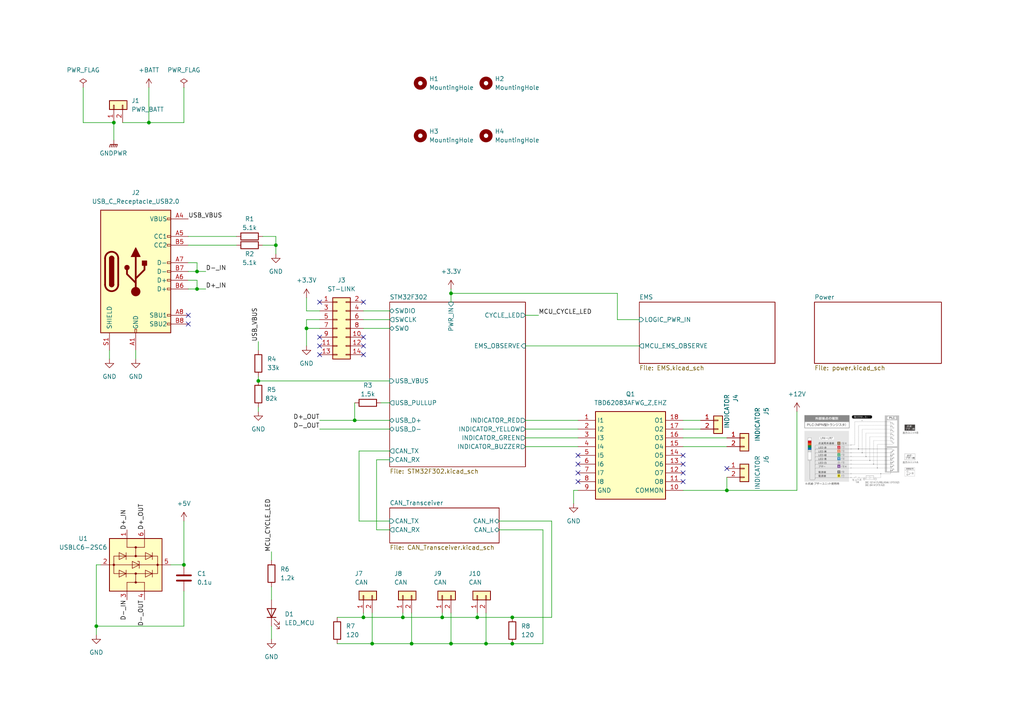
<source format=kicad_sch>
(kicad_sch (version 20230121) (generator eeschema)
  (paper "A4")
  (lib_symbols
    (symbol "Connector:USB_C_Receptacle_USB2.0" (pin_names (offset 1.016))
      (property "Reference" "J" (at -10.16 19.05 0))
      (property "Value" "USB_C_Receptacle_USB2.0" (at 19.05 19.05 0))
      (symbol "USB_C_Receptacle_USB2.0_0_0"
        (rectangle (start -0.254 -17.78) (end 0.254 -16.764))
        (rectangle (start 10.16 -14.986) (end 9.144 -15.494))
        (rectangle (start 10.16 -12.446) (end 9.144 -12.954))
        (rectangle (start 10.16 -4.826) (end 9.144 -5.334))
        (rectangle (start 10.16 -2.286) (end 9.144 -2.794))
        (rectangle (start 10.16 0.254) (end 9.144 -0.254))
        (rectangle (start 10.16 2.794) (end 9.144 2.286))
        (rectangle (start 10.16 7.874) (end 9.144 7.366))
        (rectangle (start 10.16 10.414) (end 9.144 9.906))
        (rectangle (start 10.16 15.494) (end 9.144 14.986))
      )
      (symbol "USB_C_Receptacle_USB2.0_0_1"
        (rectangle (start -10.16 17.78) (end 10.16 -17.78) (stroke (width 0.254)) (fill (type background)))
        (arc (start -8.89 -3.81) (mid -6.985 -5.7067) (end -5.08 -3.81) (stroke (width 0.508)))
        (arc (start -7.62 -3.81) (mid -6.985 -4.4423) (end -6.35 -3.81) (stroke (width 0.254)))
        (arc (start -7.62 -3.81) (mid -6.985 -4.4423) (end -6.35 -3.81) (stroke (width 0.254)) (fill (type outline)))
        (rectangle (start -7.62 -3.81) (end -6.35 3.81) (stroke (width 0.254)) (fill (type outline)))
        (arc (start -6.35 3.81) (mid -6.985 4.4423) (end -7.62 3.81) (stroke (width 0.254)))
        (arc (start -6.35 3.81) (mid -6.985 4.4423) (end -7.62 3.81) (stroke (width 0.254)) (fill (type outline)))
        (arc (start -5.08 3.81) (mid -6.985 5.7067) (end -8.89 3.81) (stroke (width 0.508)))
        (circle (center -2.54 1.143) (radius 0.635) (stroke (width 0.254)) (fill (type outline)))
        (circle (center 0 -5.842) (radius 1.27) (fill (type outline)))
        (polyline (pts (xy -8.89 -3.81) (xy -8.89 3.81)) (stroke (width 0.508)))
        (polyline (pts (xy -5.08 3.81) (xy -5.08 -3.81)) (stroke (width 0.508)))
        (polyline (pts (xy 0 -5.842) (xy 0 4.318)) (stroke (width 0.508)))
        (polyline (pts (xy 0 -3.302) (xy -2.54 -0.762) (xy -2.54 0.508)) (stroke (width 0.508)))
        (polyline (pts (xy 0 -2.032) (xy 2.54 0.508) (xy 2.54 1.778)) (stroke (width 0.508)))
        (polyline (pts (xy -1.27 4.318) (xy 0 6.858) (xy 1.27 4.318) (xy -1.27 4.318)) (stroke (width 0.254)) (fill (type outline)))
        (rectangle (start 1.905 1.778) (end 3.175 3.048) (stroke (width 0.254)) (fill (type outline)))
      )
      (symbol "USB_C_Receptacle_USB2.0_1_1"
        (pin passive line (at 0 -22.86 90) (length 5.08) (name "GND") (number "A1"))
        (pin passive line (at 0 -22.86 90) (length 5.08) hide (name "GND") (number "A12"))
        (pin passive line (at 15.24 15.24 180) (length 5.08) (name "VBUS") (number "A4"))
        (pin bidirectional line (at 15.24 10.16 180) (length 5.08) (name "CC1") (number "A5"))
        (pin bidirectional line (at 15.24 -2.54 180) (length 5.08) (name "D+") (number "A6"))
        (pin bidirectional line (at 15.24 2.54 180) (length 5.08) (name "D-") (number "A7"))
        (pin bidirectional line (at 15.24 -12.7 180) (length 5.08) (name "SBU1") (number "A8"))
        (pin passive line (at 15.24 15.24 180) (length 5.08) hide (name "VBUS") (number "A9"))
        (pin passive line (at 0 -22.86 90) (length 5.08) hide (name "GND") (number "B1"))
        (pin passive line (at 0 -22.86 90) (length 5.08) hide (name "GND") (number "B12"))
        (pin passive line (at 15.24 15.24 180) (length 5.08) hide (name "VBUS") (number "B4"))
        (pin bidirectional line (at 15.24 7.62 180) (length 5.08) (name "CC2") (number "B5"))
        (pin bidirectional line (at 15.24 -5.08 180) (length 5.08) (name "D+") (number "B6"))
        (pin bidirectional line (at 15.24 0 180) (length 5.08) (name "D-") (number "B7"))
        (pin bidirectional line (at 15.24 -15.24 180) (length 5.08) (name "SBU2") (number "B8"))
        (pin passive line (at 15.24 15.24 180) (length 5.08) hide (name "VBUS") (number "B9"))
        (pin passive line (at -7.62 -22.86 90) (length 5.08) (name "SHIELD") (number "S1"))
      )
    )
    (symbol "Connector_Generic:Conn_01x02" (pin_names (offset 1.016) hide)
      (property "Reference" "J" (at 0 2.54 0))
      (property "Value" "Conn_01x02" (at 0 -5.08 0))
      (symbol "Conn_01x02_1_1"
        (rectangle (start -1.27 -2.413) (end 0 -2.667) (stroke (width 0.1524)))
        (rectangle (start -1.27 0.127) (end 0 -0.127) (stroke (width 0.1524)))
        (rectangle (start -1.27 1.27) (end 1.27 -3.81) (stroke (width 0.254)) (fill (type background)))
        (pin passive line (at -5.08 0 0) (length 3.81) (name "Pin_1") (number "1"))
        (pin passive line (at -5.08 -2.54 0) (length 3.81) (name "Pin_2") (number "2"))
      )
    )
    (symbol "Connector_Generic:Conn_02x07_Odd_Even" (pin_names (offset 1.016) hide)
      (property "Reference" "J" (at 1.27 10.16 0))
      (property "Value" "Conn_02x07_Odd_Even" (at 1.27 -10.16 0))
      (symbol "Conn_02x07_Odd_Even_1_1"
        (rectangle (start -1.27 -7.493) (end 0 -7.747) (stroke (width 0.1524)))
        (rectangle (start -1.27 -4.953) (end 0 -5.207) (stroke (width 0.1524)))
        (rectangle (start -1.27 -2.413) (end 0 -2.667) (stroke (width 0.1524)))
        (rectangle (start -1.27 0.127) (end 0 -0.127) (stroke (width 0.1524)))
        (rectangle (start -1.27 2.667) (end 0 2.413) (stroke (width 0.1524)))
        (rectangle (start -1.27 5.207) (end 0 4.953) (stroke (width 0.1524)))
        (rectangle (start -1.27 7.747) (end 0 7.493) (stroke (width 0.1524)))
        (rectangle (start -1.27 8.89) (end 3.81 -8.89) (stroke (width 0.254)) (fill (type background)))
        (rectangle (start 3.81 -7.493) (end 2.54 -7.747) (stroke (width 0.1524)))
        (rectangle (start 3.81 -4.953) (end 2.54 -5.207) (stroke (width 0.1524)))
        (rectangle (start 3.81 -2.413) (end 2.54 -2.667) (stroke (width 0.1524)))
        (rectangle (start 3.81 0.127) (end 2.54 -0.127) (stroke (width 0.1524)))
        (rectangle (start 3.81 2.667) (end 2.54 2.413) (stroke (width 0.1524)))
        (rectangle (start 3.81 5.207) (end 2.54 4.953) (stroke (width 0.1524)))
        (rectangle (start 3.81 7.747) (end 2.54 7.493) (stroke (width 0.1524)))
        (pin passive line (at -5.08 7.62 0) (length 3.81) (name "Pin_1") (number "1"))
        (pin passive line (at 7.62 -2.54 180) (length 3.81) (name "Pin_10") (number "10"))
        (pin passive line (at -5.08 -5.08 0) (length 3.81) (name "Pin_11") (number "11"))
        (pin passive line (at 7.62 -5.08 180) (length 3.81) (name "Pin_12") (number "12"))
        (pin passive line (at -5.08 -7.62 0) (length 3.81) (name "Pin_13") (number "13"))
        (pin passive line (at 7.62 -7.62 180) (length 3.81) (name "Pin_14") (number "14"))
        (pin passive line (at 7.62 7.62 180) (length 3.81) (name "Pin_2") (number "2"))
        (pin passive line (at -5.08 5.08 0) (length 3.81) (name "Pin_3") (number "3"))
        (pin passive line (at 7.62 5.08 180) (length 3.81) (name "Pin_4") (number "4"))
        (pin passive line (at -5.08 2.54 0) (length 3.81) (name "Pin_5") (number "5"))
        (pin passive line (at 7.62 2.54 180) (length 3.81) (name "Pin_6") (number "6"))
        (pin passive line (at -5.08 0 0) (length 3.81) (name "Pin_7") (number "7"))
        (pin passive line (at 7.62 0 180) (length 3.81) (name "Pin_8") (number "8"))
        (pin passive line (at -5.08 -2.54 0) (length 3.81) (name "Pin_9") (number "9"))
      )
    )
    (symbol "Device:C" (pin_numbers hide) (pin_names (offset 0.254))
      (property "Reference" "C" (at 0.635 2.54 0))
      (property "Value" "C" (at 0.635 -2.54 0))
      (symbol "C_0_1"
        (polyline (pts (xy -2.032 -0.762) (xy 2.032 -0.762)) (stroke (width 0.508)))
        (polyline (pts (xy -2.032 0.762) (xy 2.032 0.762)) (stroke (width 0.508)))
      )
      (symbol "C_1_1"
        (pin passive line (at 0 3.81 270) (length 2.794) (name "~") (number "1"))
        (pin passive line (at 0 -3.81 90) (length 2.794) (name "~") (number "2"))
      )
    )
    (symbol "Device:LED" (pin_numbers hide) (pin_names (offset 1.016) hide)
      (property "Reference" "D" (at 0 2.54 0))
      (property "Value" "LED" (at 0 -2.54 0))
      (symbol "LED_0_1"
        (polyline (pts (xy -1.27 -1.27) (xy -1.27 1.27)) (stroke (width 0.254)))
        (polyline (pts (xy -1.27 0) (xy 1.27 0)))
        (polyline (pts (xy 1.27 -1.27) (xy 1.27 1.27) (xy -1.27 0) (xy 1.27 -1.27)) (stroke (width 0.254)))
        (polyline (pts (xy -3.048 -0.762) (xy -4.572 -2.286) (xy -3.81 -2.286) (xy -4.572 -2.286) (xy -4.572 -1.524)))
        (polyline (pts (xy -1.778 -0.762) (xy -3.302 -2.286) (xy -2.54 -2.286) (xy -3.302 -2.286) (xy -3.302 -1.524)))
      )
      (symbol "LED_1_1"
        (pin passive line (at -3.81 0 0) (length 2.54) (name "K") (number "1"))
        (pin passive line (at 3.81 0 180) (length 2.54) (name "A") (number "2"))
      )
    )
    (symbol "Device:R" (pin_numbers hide) (pin_names (offset 0))
      (property "Reference" "R" (at 2.032 0 90))
      (property "Value" "R" (at 0 0 90))
      (symbol "R_0_1"
        (rectangle (start -1.016 -2.54) (end 1.016 2.54) (stroke (width 0.254)))
      )
      (symbol "R_1_1"
        (pin passive line (at 0 3.81 270) (length 1.27) (name "~") (number "1"))
        (pin passive line (at 0 -3.81 90) (length 1.27) (name "~") (number "2"))
      )
    )
    (symbol "Mechanical:MountingHole" (pin_names (offset 1.016))
      (property "Reference" "H" (at 0 5.08 0))
      (property "Value" "MountingHole" (at 0 3.175 0))
      (symbol "MountingHole_0_1"
        (circle (center 0 0) (radius 1.27) (stroke (width 1.27)))
      )
    )
    (symbol "Power_Protection:USBLC6-2SC6" (pin_names hide)
      (property "Reference" "U" (at 2.54 8.89 0))
      (property "Value" "USBLC6-2SC6" (at 2.54 -8.89 0))
      (symbol "USBLC6-2SC6_0_1"
        (rectangle (start -7.62 -7.62) (end 7.62 7.62) (stroke (width 0.254)) (fill (type background)))
        (circle (center -5.08 0) (radius 0.254) (fill (type outline)))
        (circle (center -2.54 0) (radius 0.254) (fill (type outline)))
        (rectangle (start -2.54 6.35) (end 2.54 -6.35))
        (circle (center 0 -6.35) (radius 0.254) (fill (type outline)))
        (polyline (pts (xy -5.08 -2.54) (xy -7.62 -2.54)))
        (polyline (pts (xy -5.08 0) (xy -5.08 -2.54)))
        (polyline (pts (xy -5.08 2.54) (xy -7.62 2.54)))
        (polyline (pts (xy -1.524 -2.794) (xy -3.556 -2.794)))
        (polyline (pts (xy -1.524 4.826) (xy -3.556 4.826)))
        (polyline (pts (xy 0 -7.62) (xy 0 -6.35)))
        (polyline (pts (xy 0 -6.35) (xy 0 1.27)))
        (polyline (pts (xy 0 1.27) (xy 0 6.35)))
        (polyline (pts (xy 0 6.35) (xy 0 7.62)))
        (polyline (pts (xy 1.524 -2.794) (xy 3.556 -2.794)))
        (polyline (pts (xy 1.524 4.826) (xy 3.556 4.826)))
        (polyline (pts (xy 5.08 -2.54) (xy 7.62 -2.54)))
        (polyline (pts (xy 5.08 0) (xy 5.08 -2.54)))
        (polyline (pts (xy 5.08 2.54) (xy 7.62 2.54)))
        (polyline (pts (xy -2.54 0) (xy -5.08 0) (xy -5.08 2.54)))
        (polyline (pts (xy 2.54 0) (xy 5.08 0) (xy 5.08 2.54)))
        (polyline (pts (xy -3.556 -4.826) (xy -1.524 -4.826) (xy -2.54 -2.794) (xy -3.556 -4.826)))
        (polyline (pts (xy -3.556 2.794) (xy -1.524 2.794) (xy -2.54 4.826) (xy -3.556 2.794)))
        (polyline (pts (xy -1.016 -1.016) (xy 1.016 -1.016) (xy 0 1.016) (xy -1.016 -1.016)))
        (polyline (pts (xy 1.016 1.016) (xy 0.762 1.016) (xy -1.016 1.016) (xy -1.016 0.508)))
        (polyline (pts (xy 3.556 -4.826) (xy 1.524 -4.826) (xy 2.54 -2.794) (xy 3.556 -4.826)))
        (polyline (pts (xy 3.556 2.794) (xy 1.524 2.794) (xy 2.54 4.826) (xy 3.556 2.794)))
        (circle (center 0 6.35) (radius 0.254) (fill (type outline)))
        (circle (center 2.54 0) (radius 0.254) (fill (type outline)))
        (circle (center 5.08 0) (radius 0.254) (fill (type outline)))
      )
      (symbol "USBLC6-2SC6_1_1"
        (pin passive line (at -10.16 -2.54 0) (length 2.54) (name "I/O1") (number "1"))
        (pin passive line (at 0 -10.16 90) (length 2.54) (name "GND") (number "2"))
        (pin passive line (at 10.16 -2.54 180) (length 2.54) (name "I/O2") (number "3"))
        (pin passive line (at 10.16 2.54 180) (length 2.54) (name "I/O2") (number "4"))
        (pin passive line (at 0 10.16 270) (length 2.54) (name "VBUS") (number "5"))
        (pin passive line (at -10.16 2.54 0) (length 2.54) (name "I/O1") (number "6"))
      )
    )
    (symbol "my_library:TBD62083AFWG_Z,EHZ"
      (property "Reference" "Q" (at 26.67 7.62 0))
      (property "Value" "TBD62083AFWG_Z,EHZ" (at 26.67 5.08 0))
      (symbol "TBD62083AFWG_Z,EHZ_1_1"
        (rectangle (start 5.08 2.54) (end 25.4 -22.86) (stroke (width 0.254)) (fill (type background)))
        (pin passive line (at 0 0 0) (length 5.08) (name "I1") (number "1"))
        (pin passive line (at 30.48 -20.32 180) (length 5.08) (name "COMMON") (number "10"))
        (pin passive line (at 30.48 -17.78 180) (length 5.08) (name "O8") (number "11"))
        (pin passive line (at 30.48 -15.24 180) (length 5.08) (name "O7") (number "12"))
        (pin passive line (at 30.48 -12.7 180) (length 5.08) (name "O6") (number "13"))
        (pin passive line (at 30.48 -10.16 180) (length 5.08) (name "O5") (number "14"))
        (pin passive line (at 30.48 -7.62 180) (length 5.08) (name "O4") (number "15"))
        (pin passive line (at 30.48 -5.08 180) (length 5.08) (name "O3") (number "16"))
        (pin passive line (at 30.48 -2.54 180) (length 5.08) (name "O2") (number "17"))
        (pin passive line (at 30.48 0 180) (length 5.08) (name "O1") (number "18"))
        (pin passive line (at 0 -2.54 0) (length 5.08) (name "I2") (number "2"))
        (pin passive line (at 0 -5.08 0) (length 5.08) (name "I3") (number "3"))
        (pin passive line (at 0 -7.62 0) (length 5.08) (name "I4") (number "4"))
        (pin passive line (at 0 -10.16 0) (length 5.08) (name "I5") (number "5"))
        (pin passive line (at 0 -12.7 0) (length 5.08) (name "I6") (number "6"))
        (pin passive line (at 0 -15.24 0) (length 5.08) (name "I7") (number "7"))
        (pin passive line (at 0 -17.78 0) (length 5.08) (name "I8") (number "8"))
        (pin passive line (at 0 -20.32 0) (length 5.08) (name "GND") (number "9"))
      )
    )
    (symbol "power:+12V" (power) (pin_names (offset 0))
      (property "Value" "+12V" (at 0 3.556 0))
      (symbol "+12V_0_1"
        (polyline (pts (xy -0.762 1.27) (xy 0 2.54)))
        (polyline (pts (xy 0 0) (xy 0 2.54)))
        (polyline (pts (xy 0 2.54) (xy 0.762 1.27)))
      )
      (symbol "+12V_1_1"
        (pin power_in line (at 0 0 90) (length 0) hide (name "+12V") (number "1"))
      )
    )
    (symbol "power:+3.3V" (power) (pin_names (offset 0))
      (property "Value" "+3.3V" (at 0 3.556 0))
      (symbol "+3.3V_0_1"
        (polyline (pts (xy -0.762 1.27) (xy 0 2.54)))
        (polyline (pts (xy 0 0) (xy 0 2.54)))
        (polyline (pts (xy 0 2.54) (xy 0.762 1.27)))
      )
      (symbol "+3.3V_1_1"
        (pin power_in line (at 0 0 90) (length 0) hide (name "+3.3V") (number "1"))
      )
    )
    (symbol "power:+5V" (power) (pin_names (offset 0))
      (property "Value" "+5V" (at 0 3.556 0))
      (symbol "+5V_0_1"
        (polyline (pts (xy -0.762 1.27) (xy 0 2.54)))
        (polyline (pts (xy 0 0) (xy 0 2.54)))
        (polyline (pts (xy 0 2.54) (xy 0.762 1.27)))
      )
      (symbol "+5V_1_1"
        (pin power_in line (at 0 0 90) (length 0) hide (name "+5V") (number "1"))
      )
    )
    (symbol "power:+BATT" (power) (pin_names (offset 0))
      (property "Value" "+BATT" (at 0 3.556 0))
      (symbol "+BATT_0_1"
        (polyline (pts (xy -0.762 1.27) (xy 0 2.54)))
        (polyline (pts (xy 0 0) (xy 0 2.54)))
        (polyline (pts (xy 0 2.54) (xy 0.762 1.27)))
      )
      (symbol "+BATT_1_1"
        (pin power_in line (at 0 0 90) (length 0) hide (name "+BATT") (number "1"))
      )
    )
    (symbol "power:GND" (power) (pin_names (offset 0))
      (property "Value" "GND" (at 0 -3.81 0))
      (symbol "GND_0_1"
        (polyline (pts (xy 0 0) (xy 0 -1.27) (xy 1.27 -1.27) (xy 0 -2.54) (xy -1.27 -1.27) (xy 0 -1.27)))
      )
      (symbol "GND_1_1"
        (pin power_in line (at 0 0 270) (length 0) hide (name "GND") (number "1"))
      )
    )
    (symbol "power:GNDPWR" (power) (pin_names (offset 0))
      (property "Value" "GNDPWR" (at 0 -3.302 0))
      (symbol "GNDPWR_0_1"
        (polyline (pts (xy 0 -1.27) (xy 0 0)))
        (polyline (pts (xy -1.016 -1.27) (xy -1.27 -2.032) (xy -1.27 -2.032)) (stroke (width 0.2032)))
        (polyline (pts (xy -0.508 -1.27) (xy -0.762 -2.032) (xy -0.762 -2.032)) (stroke (width 0.2032)))
        (polyline (pts (xy 0 -1.27) (xy -0.254 -2.032) (xy -0.254 -2.032)) (stroke (width 0.2032)))
        (polyline (pts (xy 0.508 -1.27) (xy 0.254 -2.032) (xy 0.254 -2.032)) (stroke (width 0.2032)))
        (polyline (pts (xy 1.016 -1.27) (xy -1.016 -1.27) (xy -1.016 -1.27)) (stroke (width 0.2032)))
        (polyline (pts (xy 1.016 -1.27) (xy 0.762 -2.032) (xy 0.762 -2.032) (xy 0.762 -2.032)) (stroke (width 0.2032)))
      )
      (symbol "GNDPWR_1_1"
        (pin power_in line (at 0 0 270) (length 0) hide (name "GNDPWR") (number "1"))
      )
    )
    (symbol "power:PWR_FLAG" (power) (pin_numbers hide) (pin_names (offset 0) hide)
      (property "Value" "PWR_FLAG" (at 0 3.81 0))
      (symbol "PWR_FLAG_0_0"
        (pin power_out line (at 0 0 90) (length 0) (name "pwr") (number "1"))
      )
      (symbol "PWR_FLAG_0_1"
        (polyline (pts (xy 0 0) (xy 0 1.27) (xy -1.016 1.905) (xy 0 2.54) (xy 1.016 1.905) (xy 0 1.27)))
      )
    )
  )
  (junction (at 53.34 163.83))
  (junction (at 80.01 71.12))
  (junction (at 128.27 179.07))
  (junction (at 210.82 142.24))
  (junction (at 74.93 110.49))
  (junction (at 130.81 85.09))
  (junction (at 105.41 179.07))
  (junction (at 140.97 186.69))
  (junction (at 148.59 179.07))
  (junction (at 43.18 35.56))
  (junction (at 102.87 121.92))
  (junction (at 27.94 181.61))
  (junction (at 57.15 83.82))
  (junction (at 130.81 186.69))
  (junction (at 57.15 78.74))
  (junction (at 116.84 179.07))
  (junction (at 107.95 186.69))
  (junction (at 33.02 35.56))
  (junction (at 119.38 186.69))
  (junction (at 88.9 95.25))
  (junction (at 138.43 179.07))
  (junction (at 148.59 186.69))
  (no_connect (at 210.82 135.89))
  (no_connect (at 198.12 134.62))
  (no_connect (at 167.64 132.08))
  (no_connect (at 105.41 87.63))
  (no_connect (at 105.41 100.33))
  (no_connect (at 198.12 137.16))
  (no_connect (at 105.41 97.79))
  (no_connect (at 198.12 132.08))
  (no_connect (at 92.71 97.79))
  (no_connect (at 105.41 102.87))
  (no_connect (at 167.64 139.7))
  (no_connect (at 54.61 93.98))
  (no_connect (at 92.71 87.63))
  (no_connect (at 92.71 100.33))
  (no_connect (at 167.64 134.62))
  (no_connect (at 167.64 137.16))
  (no_connect (at 198.12 139.7))
  (no_connect (at 92.71 102.87))
  (no_connect (at 54.61 91.44))
  (wire (pts (xy 152.4 127) (xy 167.64 127)))
  (wire (pts (xy 88.9 90.17) (xy 88.9 86.36)))
  (wire (pts (xy 110.49 116.84) (xy 113.03 116.84)))
  (wire (pts (xy 157.48 153.67) (xy 157.48 186.69)))
  (wire (pts (xy 74.93 118.11) (xy 74.93 119.38)))
  (wire (pts (xy 31.75 101.6) (xy 31.75 104.14)))
  (wire (pts (xy 104.14 130.81) (xy 104.14 151.13)))
  (wire (pts (xy 140.97 177.8) (xy 140.97 186.69)))
  (wire (pts (xy 130.81 186.69) (xy 140.97 186.69)))
  (wire (pts (xy 88.9 92.71) (xy 88.9 95.25)))
  (wire (pts (xy 119.38 186.69) (xy 130.81 186.69)))
  (wire (pts (xy 105.41 92.71) (xy 113.03 92.71)))
  (wire (pts (xy 130.81 85.09) (xy 179.07 85.09)))
  (wire (pts (xy 54.61 68.58) (xy 68.58 68.58)))
  (wire (pts (xy 53.34 171.45) (xy 53.34 181.61)))
  (wire (pts (xy 49.53 163.83) (xy 53.34 163.83)))
  (wire (pts (xy 97.79 179.07) (xy 105.41 179.07)))
  (wire (pts (xy 109.22 133.35) (xy 109.22 153.67)))
  (wire (pts (xy 33.02 35.56) (xy 33.02 40.64)))
  (wire (pts (xy 92.71 90.17) (xy 88.9 90.17)))
  (wire (pts (xy 43.18 25.4) (xy 43.18 35.56)))
  (wire (pts (xy 198.12 127) (xy 210.82 127)))
  (wire (pts (xy 210.82 138.43) (xy 210.82 142.24)))
  (wire (pts (xy 166.37 142.24) (xy 166.37 146.05)))
  (wire (pts (xy 97.79 186.69) (xy 107.95 186.69)))
  (wire (pts (xy 24.13 35.56) (xy 33.02 35.56)))
  (wire (pts (xy 57.15 81.28) (xy 57.15 83.82)))
  (wire (pts (xy 138.43 177.8) (xy 138.43 179.07)))
  (wire (pts (xy 80.01 68.58) (xy 80.01 71.12)))
  (wire (pts (xy 24.13 25.4) (xy 24.13 35.56)))
  (wire (pts (xy 179.07 92.71) (xy 185.42 92.71)))
  (wire (pts (xy 54.61 71.12) (xy 68.58 71.12)))
  (wire (pts (xy 76.2 68.58) (xy 80.01 68.58)))
  (wire (pts (xy 113.03 130.81) (xy 104.14 130.81)))
  (wire (pts (xy 74.93 110.49) (xy 113.03 110.49)))
  (wire (pts (xy 76.2 71.12) (xy 80.01 71.12)))
  (wire (pts (xy 210.82 142.24) (xy 231.14 142.24)))
  (wire (pts (xy 140.97 186.69) (xy 148.59 186.69)))
  (wire (pts (xy 78.74 160.02) (xy 78.74 162.56)))
  (wire (pts (xy 80.01 71.12) (xy 80.01 73.66)))
  (wire (pts (xy 152.4 100.33) (xy 185.42 100.33)))
  (wire (pts (xy 107.95 177.8) (xy 107.95 186.69)))
  (wire (pts (xy 152.4 129.54) (xy 167.64 129.54)))
  (wire (pts (xy 130.81 177.8) (xy 130.81 186.69)))
  (wire (pts (xy 105.41 177.8) (xy 105.41 179.07)))
  (wire (pts (xy 109.22 153.67) (xy 113.03 153.67)))
  (wire (pts (xy 53.34 151.13) (xy 53.34 163.83)))
  (wire (pts (xy 231.14 142.24) (xy 231.14 119.38)))
  (wire (pts (xy 29.21 163.83) (xy 27.94 163.83)))
  (wire (pts (xy 128.27 177.8) (xy 128.27 179.07)))
  (wire (pts (xy 116.84 179.07) (xy 128.27 179.07)))
  (wire (pts (xy 53.34 181.61) (xy 27.94 181.61)))
  (wire (pts (xy 116.84 177.8) (xy 116.84 179.07)))
  (wire (pts (xy 104.14 151.13) (xy 113.03 151.13)))
  (wire (pts (xy 35.56 35.56) (xy 43.18 35.56)))
  (wire (pts (xy 157.48 186.69) (xy 148.59 186.69)))
  (wire (pts (xy 113.03 133.35) (xy 109.22 133.35)))
  (wire (pts (xy 130.81 83.82) (xy 130.81 85.09)))
  (wire (pts (xy 128.27 179.07) (xy 138.43 179.07)))
  (wire (pts (xy 54.61 83.82) (xy 57.15 83.82)))
  (wire (pts (xy 119.38 177.8) (xy 119.38 186.69)))
  (wire (pts (xy 54.61 76.2) (xy 57.15 76.2)))
  (wire (pts (xy 102.87 116.84) (xy 102.87 121.92)))
  (wire (pts (xy 27.94 163.83) (xy 27.94 181.61)))
  (wire (pts (xy 105.41 90.17) (xy 113.03 90.17)))
  (wire (pts (xy 144.78 153.67) (xy 157.48 153.67)))
  (wire (pts (xy 54.61 78.74) (xy 57.15 78.74)))
  (wire (pts (xy 39.37 101.6) (xy 39.37 104.14)))
  (wire (pts (xy 179.07 85.09) (xy 179.07 92.71)))
  (wire (pts (xy 105.41 179.07) (xy 116.84 179.07)))
  (wire (pts (xy 198.12 142.24) (xy 210.82 142.24)))
  (wire (pts (xy 152.4 91.44) (xy 156.21 91.44)))
  (wire (pts (xy 92.71 124.46) (xy 113.03 124.46)))
  (wire (pts (xy 105.41 95.25) (xy 113.03 95.25)))
  (wire (pts (xy 57.15 83.82) (xy 59.69 83.82)))
  (wire (pts (xy 53.34 25.4) (xy 53.34 35.56)))
  (wire (pts (xy 102.87 121.92) (xy 113.03 121.92)))
  (wire (pts (xy 74.93 99.06) (xy 74.93 101.6)))
  (wire (pts (xy 198.12 121.92) (xy 203.2 121.92)))
  (wire (pts (xy 152.4 124.46) (xy 167.64 124.46)))
  (wire (pts (xy 92.71 92.71) (xy 88.9 92.71)))
  (wire (pts (xy 53.34 35.56) (xy 43.18 35.56)))
  (wire (pts (xy 160.02 179.07) (xy 148.59 179.07)))
  (wire (pts (xy 144.78 151.13) (xy 160.02 151.13)))
  (wire (pts (xy 138.43 179.07) (xy 148.59 179.07)))
  (wire (pts (xy 198.12 124.46) (xy 203.2 124.46)))
  (wire (pts (xy 152.4 121.92) (xy 167.64 121.92)))
  (wire (pts (xy 130.81 85.09) (xy 130.81 87.63)))
  (wire (pts (xy 88.9 95.25) (xy 92.71 95.25)))
  (wire (pts (xy 167.64 142.24) (xy 166.37 142.24)))
  (wire (pts (xy 160.02 151.13) (xy 160.02 179.07)))
  (wire (pts (xy 27.94 181.61) (xy 27.94 184.15)))
  (wire (pts (xy 78.74 170.18) (xy 78.74 173.99)))
  (wire (pts (xy 74.93 109.22) (xy 74.93 110.49)))
  (wire (pts (xy 57.15 76.2) (xy 57.15 78.74)))
  (wire (pts (xy 57.15 78.74) (xy 59.69 78.74)))
  (wire (pts (xy 198.12 129.54) (xy 210.82 129.54)))
  (wire (pts (xy 78.74 181.61) (xy 78.74 185.42)))
  (wire (pts (xy 107.95 186.69) (xy 119.38 186.69)))
  (wire (pts (xy 88.9 95.25) (xy 88.9 100.33)))
  (wire (pts (xy 92.71 121.92) (xy 102.87 121.92)))
  (wire (pts (xy 54.61 81.28) (xy 57.15 81.28)))
  (image (at 250.19 130.81) (scale 0.45604))
  (label "USB_VBUS" (at 54.61 63.5 0))
  (label "USB_VBUS" (at 74.93 99.06 90))
  (label "D-_OUT" (at 92.71 124.46 180))
  (label "D+_OUT" (at 41.91 153.67 90))
  (label "MCU_CYCLE_LED" (at 78.74 160.02 90))
  (label "D-_IN" (at 59.69 78.74 0))
  (label "D+_IN" (at 36.83 153.67 90))
  (label "D+_IN" (at 59.69 83.82 0))
  (label "MCU_CYCLE_LED" (at 156.21 91.44 0))
  (label "D-_OUT" (at 41.91 173.99 270))
  (label "D-_IN" (at 36.83 173.99 270))
  (label "D+_OUT" (at 92.71 121.92 180))
  (symbol (lib_id "Device:R") (at 72.39 68.58 90) (unit 1)
    (property "Reference" "R1" (at 72.39 63.5 90))
    (property "Value" "5.1k" (at 72.39 66.04 90))
    (property "Footprint" "Resistor_SMD:R_0603_1608Metric" (effects hide))
  )
  (symbol (lib_id "Connector_Generic:Conn_01x02") (at 208.28 121.92 0) (unit 1) (in_bom no)
    (property "Reference" "J4" (at 213.36 114.3 90) (effects (justify right)))
    (property "Value" "INDICATOR" (at 210.82 114.3 90) (effects (justify right)))
    (property "Footprint" "TerminalBlock:TerminalBlock_bornier-2_P5.08mm" (effects hide))
  )
  (symbol (lib_id "Device:R") (at 106.68 116.84 90) (unit 1)
    (property "Reference" "R3" (at 106.68 111.76 90))
    (property "Value" "1.5k" (at 106.68 114.3 90))
    (property "Footprint" "Resistor_SMD:R_0603_1608Metric" (effects hide))
  )
  (symbol (lib_id "Device:LED") (at 78.74 177.8 90) (unit 1)
    (property "Reference" "D1" (at 82.55 178.1175 90) (effects (justify right)))
    (property "Value" "LED_MCU" (at 82.55 180.6575 90) (effects (justify right)))
    (property "Footprint" "LED_SMD:LED_0603_1608Metric" (effects hide))
    (property "LCSC" "C2290" (effects hide))
  )
  (symbol (lib_id "power:GND") (at 88.9 100.33 0) (unit 1)
    (property "Reference" "#PWR08" (effects hide))
    (property "Value" "GND" (at 88.9 105.41 0))
  )
  (symbol (lib_id "Device:C") (at 53.34 167.64 180) (unit 1)
    (property "Reference" "C1" (at 57.15 166.37 0) (effects (justify right)))
    (property "Value" "0.1u" (at 57.15 168.91 0) (effects (justify right)))
    (property "Footprint" "Capacitor_SMD:C_0603_1608Metric" (effects hide))
  )
  (symbol (lib_id "Mechanical:MountingHole") (at 121.92 39.37 0) (unit 1) (in_bom no)
    (property "Reference" "H3" (at 124.46 38.1 0) (effects (justify left)))
    (property "Value" "MountingHole" (at 124.46 40.64 0) (effects (justify left)))
    (property "Footprint" "MountingHole:MountingHole_4.3mm_M4" (effects hide))
  )
  (symbol (lib_id "Connector_Generic:Conn_01x02") (at 128.27 172.72 90) (unit 1) (in_bom no)
    (property "Reference" "J9" (at 125.73 166.37 90) (effects (justify right)))
    (property "Value" "CAN" (at 125.73 168.91 90) (effects (justify right)))
    (property "Footprint" "Connector_JST:JST_XA_B02B-XASK-1_1x02_P2.50mm_Vertical" (effects hide))
  )
  (symbol (lib_id "Device:R") (at 78.74 166.37 0) (unit 1)
    (property "Reference" "R6" (at 81.28 165.1 0) (effects (justify left)))
    (property "Value" "1.2k" (at 81.28 167.64 0) (effects (justify left)))
    (property "Footprint" "Resistor_SMD:R_0603_1608Metric" (effects hide))
  )
  (symbol (lib_id "power:+12V") (at 231.14 119.38 0) (unit 1)
    (property "Reference" "#PWR010" (effects hide))
    (property "Value" "+12V" (at 231.14 114.3 0))
  )
  (symbol (lib_id "Connector_Generic:Conn_01x02") (at 105.41 172.72 90) (unit 1) (in_bom no)
    (property "Reference" "J7" (at 102.87 166.37 90) (effects (justify right)))
    (property "Value" "CAN" (at 102.87 168.91 90) (effects (justify right)))
    (property "Footprint" "Connector_JST:JST_XA_B02B-XASK-1_1x02_P2.50mm_Vertical" (effects hide))
  )
  (symbol (lib_id "Device:R") (at 72.39 71.12 90) (unit 1)
    (property "Reference" "R2" (at 72.39 73.66 90))
    (property "Value" "5.1k" (at 72.39 76.2 90))
    (property "Footprint" "Resistor_SMD:R_0603_1608Metric" (effects hide))
  )
  (symbol (lib_id "power:+BATT") (at 43.18 25.4 0) (unit 1)
    (property "Reference" "#PWR01" (effects hide))
    (property "Value" "+BATT" (at 43.18 20.32 0))
  )
  (symbol (lib_id "Device:R") (at 74.93 114.3 180) (unit 1)
    (property "Reference" "R5" (at 78.74 113.03 0))
    (property "Value" "82k" (at 78.74 115.57 0))
    (property "Footprint" "Resistor_SMD:R_0603_1608Metric" (effects hide))
  )
  (symbol (lib_id "power:GND") (at 39.37 104.14 0) (unit 1)
    (property "Reference" "#PWR07" (effects hide))
    (property "Value" "GND" (at 39.37 109.22 0))
  )
  (symbol (lib_id "power:PWR_FLAG") (at 24.13 25.4 0) (unit 1)
    (property "Reference" "#FLG01" (effects hide))
    (property "Value" "PWR_FLAG" (at 24.13 20.32 0))
  )
  (symbol (lib_id "Device:R") (at 148.59 182.88 0) (unit 1)
    (property "Reference" "R8" (at 151.13 181.6099 0) (effects (justify left)))
    (property "Value" "120" (at 151.13 184.1499 0) (effects (justify left)))
    (property "Footprint" "Resistor_SMD:R_0603_1608Metric" (effects hide))
  )
  (symbol (lib_id "Power_Protection:USBLC6-2SC6") (at 39.37 163.83 270) (unit 1)
    (property "Reference" "U1" (at 24.13 156.21 90))
    (property "Value" "USBLC6-2SC6" (at 24.13 158.75 90))
    (property "Footprint" "Package_TO_SOT_SMD:SOT-23-6" (effects hide))
    (property "Datasheet" "https://www.st.com/resource/en/datasheet/usblc6-2.pdf" (effects hide))
    (property "LCSC" "C7519" (effects hide))
    (property "JLCPCB Rotation Offset" "90" (effects hide))
  )
  (symbol (lib_id "power:+5V") (at 53.34 151.13 0) (unit 1)
    (property "Reference" "#PWR012" (effects hide))
    (property "Value" "+5V" (at 53.34 146.05 0))
  )
  (symbol (lib_id "Connector_Generic:Conn_01x02") (at 215.9 135.89 0) (unit 1) (in_bom no)
    (property "Reference" "J6" (at 222.25 132.08 90) (effects (justify right)))
    (property "Value" "INDICATOR" (at 219.71 132.08 90) (effects (justify right)))
    (property "Footprint" "TerminalBlock:TerminalBlock_bornier-2_P5.08mm" (effects hide))
  )
  (symbol (lib_id "power:PWR_FLAG") (at 53.34 25.4 0) (unit 1)
    (property "Reference" "#FLG02" (effects hide))
    (property "Value" "PWR_FLAG" (at 53.34 20.32 0))
  )
  (symbol (lib_id "power:GND") (at 78.74 185.42 0) (unit 1)
    (property "Reference" "#PWR014" (effects hide))
    (property "Value" "GND" (at 78.74 190.5 0))
  )
  (symbol (lib_id "Connector_Generic:Conn_01x02") (at 33.02 30.48 90) (unit 1) (in_bom no)
    (property "Reference" "J1" (at 38.1 29.21 90) (effects (justify right)))
    (property "Value" "PWR_BATT" (at 38.1 31.75 90) (effects (justify right)))
    (property "Footprint" "Connector_AMASS:AMASS_XT60-M_1x02_P7.20mm_Vertical" (effects hide))
  )
  (symbol (lib_id "Mechanical:MountingHole") (at 140.97 39.37 0) (unit 1) (in_bom no)
    (property "Reference" "H4" (at 143.51 38.1 0) (effects (justify left)))
    (property "Value" "MountingHole" (at 143.51 40.64 0) (effects (justify left)))
    (property "Footprint" "MountingHole:MountingHole_4.3mm_M4" (effects hide))
  )
  (symbol (lib_id "power:GNDPWR") (at 33.02 40.64 0) (unit 1)
    (property "Reference" "#PWR02" (effects hide))
    (property "Value" "GNDPWR" (at 32.893 44.45 0))
  )
  (symbol (lib_id "Connector_Generic:Conn_01x02") (at 116.84 172.72 90) (unit 1) (in_bom no)
    (property "Reference" "J8" (at 114.3 166.37 90) (effects (justify right)))
    (property "Value" "CAN" (at 114.3 168.91 90) (effects (justify right)))
    (property "Footprint" "Connector_JST:JST_XA_B02B-XASK-1_1x02_P2.50mm_Vertical" (effects hide))
  )
  (symbol (lib_id "Mechanical:MountingHole") (at 140.97 24.13 0) (unit 1) (in_bom no)
    (property "Reference" "H2" (at 143.51 22.86 0) (effects (justify left)))
    (property "Value" "MountingHole" (at 143.51 25.4 0) (effects (justify left)))
    (property "Footprint" "MountingHole:MountingHole_4.3mm_M4" (effects hide))
  )
  (symbol (lib_id "Device:R") (at 97.79 182.88 0) (unit 1)
    (property "Reference" "R7" (at 100.33 181.6099 0) (effects (justify left)))
    (property "Value" "120" (at 100.33 184.1499 0) (effects (justify left)))
    (property "Footprint" "Resistor_SMD:R_0603_1608Metric" (effects hide))
  )
  (symbol (lib_id "Connector_Generic:Conn_01x02") (at 138.43 172.72 90) (unit 1) (in_bom no)
    (property "Reference" "J10" (at 135.89 166.37 90) (effects (justify right)))
    (property "Value" "CAN" (at 135.89 168.91 90) (effects (justify right)))
    (property "Footprint" "Connector_JST:JST_XA_B02B-XASK-1_1x02_P2.50mm_Vertical" (effects hide))
  )
  (symbol (lib_id "Mechanical:MountingHole") (at 121.92 24.13 0) (unit 1) (in_bom no)
    (property "Reference" "H1" (at 124.46 22.86 0) (effects (justify left)))
    (property "Value" "MountingHole" (at 124.46 25.4 0) (effects (justify left)))
    (property "Footprint" "MountingHole:MountingHole_4.3mm_M4" (effects hide))
  )
  (symbol (lib_id "Connector_Generic:Conn_02x07_Odd_Even") (at 97.79 95.25 0) (unit 1) (in_bom no)
    (property "Reference" "J3" (at 99.06 81.28 0))
    (property "Value" "ST-LINK" (at 99.06 83.82 0))
    (property "Footprint" "my_pretty:JTAG_BOX_CONN" (effects hide))
  )
  (symbol (lib_id "power:GND") (at 27.94 184.15 0) (unit 1)
    (property "Reference" "#PWR013" (effects hide))
    (property "Value" "GND" (at 27.94 189.23 0))
  )
  (symbol (lib_id "power:+3.3V") (at 88.9 86.36 0) (unit 1)
    (property "Reference" "#PWR05" (effects hide))
    (property "Value" "+3.3V" (at 88.9 81.28 0))
  )
  (symbol (lib_id "power:GND") (at 74.93 119.38 0) (unit 1)
    (property "Reference" "#PWR09" (effects hide))
    (property "Value" "GND" (at 74.93 124.46 0))
  )
  (symbol (lib_id "Connector_Generic:Conn_01x02") (at 215.9 127 0) (unit 1) (in_bom no)
    (property "Reference" "J5" (at 222.25 118.11 90) (effects (justify right)))
    (property "Value" "INDICATOR" (at 219.71 118.11 90) (effects (justify right)))
    (property "Footprint" "TerminalBlock:TerminalBlock_bornier-2_P5.08mm" (effects hide))
  )
  (symbol (lib_id "power:GND") (at 80.01 73.66 0) (unit 1)
    (property "Reference" "#PWR03" (effects hide))
    (property "Value" "GND" (at 80.01 78.74 0))
  )
  (symbol (lib_id "Connector:USB_C_Receptacle_USB2.0") (at 39.37 78.74 0) (unit 1)
    (property "Reference" "J2" (at 39.37 55.88 0))
    (property "Value" "USB_C_Receptacle_USB2.0" (at 39.37 58.42 0))
    (property "Footprint" "Connector_USB:USB_C_Receptacle_G-Switch_GT-USB-7010ASV" (effects hide))
    (property "Datasheet" "https://www.usb.org/sites/default/files/documents/usb_type-c.zip" (effects hide))
    (property "LCSC" "C2988369" (effects hide))
    (property "JLCPCB Position Offset" "0,1.3" (effects hide))
  )
  (symbol (lib_id "power:GND") (at 31.75 104.14 0) (unit 1)
    (property "Reference" "#PWR06" (effects hide))
    (property "Value" "GND" (at 31.75 109.22 0))
  )
  (symbol (lib_id "Device:R") (at 74.93 105.41 0) (unit 1)
    (property "Reference" "R4" (at 77.47 104.14 0) (effects (justify left)))
    (property "Value" "33k" (at 77.47 106.68 0) (effects (justify left)))
    (property "Footprint" "Resistor_SMD:R_0603_1608Metric" (effects hide))
  )
  (symbol (lib_id "power:GND") (at 166.37 146.05 0) (unit 1)
    (property "Reference" "#PWR011" (effects hide))
    (property "Value" "GND" (at 166.37 151.13 0))
  )
  (symbol (lib_id "power:+3.3V") (at 130.81 83.82 0) (unit 1)
    (property "Reference" "#PWR04" (effects hide))
    (property "Value" "+3.3V" (at 130.81 78.74 0))
  )
  (symbol (lib_id "my_library:TBD62083AFWG_Z,EHZ") (at 167.64 121.92 0) (unit 1)
    (property "Reference" "Q1" (at 182.88 114.3 0))
    (property "Value" "TBD62083AFWG_Z,EHZ" (at 182.88 116.84 0))
    (property "Footprint" "my_pretty:SOIC127P1032X285-18N" (effects hide))
    (property "Datasheet" "http://uk.rs-online.com/web/p/products/1744108P" (effects hide))
    (property "Height" "2.85" (effects hide))
    (property "RS Part Number" "1744108P" (effects hide))
    (property "RS Price/Stock" "http://uk.rs-online.com/web/p/products/1744108P" (effects hide))
    (property "Manufacturer_Name" "Toshiba" (effects hide))
    (property "Manufacturer_Part_Number" "TBD62083AFWG(Z,EHZ" (effects hide))
    (property "LCSC" "C108880" (effects hide))
    (property "JLCPCB Rotation Offset" "-90" (effects hide))
  )
  (sheet (at 113.03 87.63) (size 39.37 47.752) (stroke (width 0.1524))
    (property "Sheetname" "STM32F302" (at 113.03 86.9184 0) (effects (justify left bottom)))
    (property "Sheetfile" "STM32F302.kicad_sch" (at 113.03 135.9666 0) (effects (justify left top)))
    (pin "SWO" bidirectional (at 113.03 95.25 180))
    (pin "SWCLK" output (at 113.03 92.71 180))
    (pin "CAN_RX" input (at 113.03 133.35 180))
    (pin "CAN_TX" output (at 113.03 130.81 180))
    (pin "SWDIO" bidirectional (at 113.03 90.17 180))
    (pin "CYCLE_LED" output (at 152.4 91.44 0))
    (pin "PWR_IN" input (at 130.81 87.63 90))
    (pin "EMS_OBSERVE" input (at 152.4 100.33 0))
    (pin "INDICATOR_RED" output (at 152.4 121.92 0))
    (pin "INDICATOR_YELLOW" output (at 152.4 124.46 0))
    (pin "INDICATOR_GREEN" output (at 152.4 127 0))
    (pin "INDICATOR_BUZZER" output (at 152.4 129.54 0))
    (pin "USB_D+" bidirectional (at 113.03 121.92 180))
    (pin "USB_D-" bidirectional (at 113.03 124.46 180))
    (pin "USB_VBUS" input (at 113.03 110.49 180))
    (pin "USB_PULLUP" output (at 113.03 116.84 180))
  )
  (sheet (at 185.42 87.63) (size 39.37 17.78) (stroke (width 0.1524))
    (property "Sheetname" "EMS" (at 185.42 86.9184 0) (effects (justify left bottom)))
    (property "Sheetfile" "EMS.kicad_sch" (at 185.42 105.9946 0) (effects (justify left top)))
    (pin "LOGIC_PWR_IN" input (at 185.42 92.71 180))
    (pin "MCU_EMS_OBSERVE" output (at 185.42 100.33 180))
  )
  (sheet (at 113.03 147.32) (size 31.75 10.16) (stroke (width 0.1524))
    (property "Sheetname" "CAN_Transceiver" (at 113.03 146.6084 0) (effects (justify left bottom)))
    (property "Sheetfile" "CAN_Transceiver.kicad_sch" (at 113.03 158.0646 0) (effects (justify left top)))
    (pin "CAN_H" bidirectional (at 144.78 151.13 0))
    (pin "CAN_L" bidirectional (at 144.78 153.67 0))
    (pin "CAN_RX" output (at 113.03 153.67 180))
    (pin "CAN_TX" input (at 113.03 151.13 180))
  )
  (sheet (at 236.22 87.63) (size 36.83 17.78) (stroke (width 0.1524))
    (property "Sheetname" "Power" (at 236.22 86.9184 0) (effects (justify left bottom)))
    (property "Sheetfile" "power.kicad_sch" (at 236.22 105.9946 0) (effects (justify left top)))
  )
)
</source>
